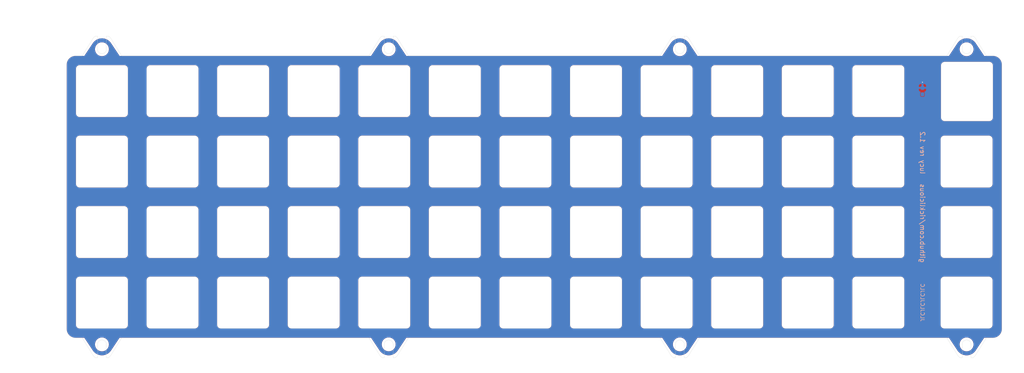
<source format=kicad_pcb>
(kicad_pcb (version 20211014) (generator pcbnew)
  (layers (0 "F.Cu" signal) (31 "B.Cu" signal) (34 "B.Paste" user) (35 "F.Paste" user) (36 "B.SilkS" user "B.Silkscreen") (37 "F.SilkS" user "F.Silkscreen") (38 "B.Mask" user) (39 "F.Mask" user) (44 "Edge.Cuts" user))
  (net 0 "")
  (net 1 "GND")
  (footprint "Keeb_footprints:MX100_cutout_plated" (layer "F.Cu") (at 155.97253 50.00646)
    (fp_text reference "U1")
    (fp_text value "HOLE")
    (fp_line (start -6 7) (end 6 7) (layer "Edge.Cuts") (width 0.05))
    (fp_line (start -7 6) (end -7 -6) (layer "Edge.Cuts") (width 0.05))
    (fp_line (start 7 -6) (end 7 6) (layer "Edge.Cuts") (width 0.05))
    (fp_line (start -6 -7) (end 6 -7) (layer "Edge.Cuts") (width 0.05))
    (fp_arc (start 6 -7) (mid 6.707107 -6.707107) (end 7 -6) (layer "Edge.Cuts") (width 0.05))
    (fp_arc (start -6 7) (mid -6.707107 6.707107) (end -7 6) (layer "Edge.Cuts") (width 0.05))
    (fp_arc (start -7 -6) (mid -6.707107 -6.707107) (end -6 -7) (layer "Edge.Cuts") (width 0.05))
    (fp_arc (start 7 6) (mid 6.707107 6.707107) (end 6 7) (layer "Edge.Cuts") (width 0.05))
  )
  (footprint "Keeb_footprints:MX100_cutout_plated" (layer "F.Cu") (at 175.02261 50.00646)
    (fp_text reference "U2")
    (fp_text value "HOLE")
    (fp_line (start -7 6) (end -7 -6) (layer "Edge.Cuts") (width 0.05))
    (fp_line (start -6 7) (end 6 7) (layer "Edge.Cuts") (width 0.05))
    (fp_line (start -6 -7) (end 6 -7) (layer "Edge.Cuts") (width 0.05))
    (fp_line (start 7 -6) (end 7 6) (layer "Edge.Cuts") (width 0.05))
    (fp_arc (start 6 -7) (mid 6.707107 -6.707107) (end 7 -6) (layer "Edge.Cuts") (width 0.05))
    (fp_arc (start -6 7) (mid -6.707107 6.707107) (end -7 6) (layer "Edge.Cuts") (width 0.05))
    (fp_arc (start -7 -6) (mid -6.707107 -6.707107) (end -6 -7) (layer "Edge.Cuts") (width 0.05))
    (fp_arc (start 7 6) (mid 6.707107 6.707107) (end 6 7) (layer "Edge.Cuts") (width 0.05))
  )
  (footprint "Keeb_footprints:MX100_cutout_plated" (layer "F.Cu") (at 194.07269 50.00646)
    (fp_text reference "U3")
    (fp_text value "HOLE")
    (fp_line (start -6 7) (end 6 7) (layer "Edge.Cuts") (width 0.05))
    (fp_line (start 7 -6) (end 7 6) (layer "Edge.Cuts") (width 0.05))
    (fp_line (start -6 -7) (end 6 -7) (layer "Edge.Cuts") (width 0.05))
    (fp_line (start -7 6) (end -7 -6) (layer "Edge.Cuts") (width 0.05))
    (fp_arc (start 7 6) (mid 6.707107 6.707107) (end 6 7) (layer "Edge.Cuts") (width 0.05))
    (fp_arc (start -6 7) (mid -6.707107 6.707107) (end -7 6) (layer "Edge.Cuts") (width 0.05))
    (fp_arc (start 6 -7) (mid 6.707107 -6.707107) (end 7 -6) (layer "Edge.Cuts") (width 0.05))
    (fp_arc (start -7 -6) (mid -6.707107 -6.707107) (end -6 -7) (layer "Edge.Cuts") (width 0.05))
  )
  (footprint "Keeb_footprints:MX100_cutout_plated" (layer "F.Cu") (at 213.12277 50.00646)
    (fp_text reference "U4")
    (fp_text value "HOLE")
    (fp_line (start -7 6) (end -7 -6) (layer "Edge.Cuts") (width 0.05))
    (fp_line (start -6 -7) (end 6 -7) (layer "Edge.Cuts") (width 0.05))
    (fp_line (start -6 7) (end 6 7) (layer "Edge.Cuts") (width 0.05))
    (fp_line (start 7 -6) (end 7 6) (layer "Edge.Cuts") (width 0.05))
    (fp_arc (start -6 7) (mid -6.707107 6.707107) (end -7 6) (layer "Edge.Cuts") (width 0.05))
    (fp_arc (start 6 -7) (mid 6.707107 -6.707107) (end 7 -6) (layer "Edge.Cuts") (width 0.05))
    (fp_arc (start 7 6) (mid 6.707107 6.707107) (end 6 7) (layer "Edge.Cuts") (width 0.05))
    (fp_arc (start -7 -6) (mid -6.707107 -6.707107) (end -6 -7) (layer "Edge.Cuts") (width 0.05))
  )
  (footprint "Keeb_footprints:MX100_cutout_plated" (layer "F.Cu") (at 232.17285 50.00646)
    (fp_text reference "U5")
    (fp_text value "HOLE")
    (fp_line (start -6 -7) (end 6 -7) (layer "Edge.Cuts") (width 0.05))
    (fp_line (start -7 6) (end -7 -6) (layer "Edge.Cuts") (width 0.05))
    (fp_line (start 7 -6) (end 7 6) (layer "Edge.Cuts") (width 0.05))
    (fp_line (start -6 7) (end 6 7) (layer "Edge.Cuts") (width 0.05))
    (fp_arc (start -7 -6) (mid -6.707107 -6.707107) (end -6 -7) (layer "Edge.Cuts") (width 0.05))
    (fp_arc (start -6 7) (mid -6.707107 6.707107) (end -7 6) (layer "Edge.Cuts") (width 0.05))
    (fp_arc (start 6 -7) (mid 6.707107 -6.707107) (end 7 -6) (layer "Edge.Cuts") (width 0.05))
    (fp_arc (start 7 6) (mid 6.707107 6.707107) (end 6 7) (layer "Edge.Cuts") (width 0.05))
  )
  (footprint "Keeb_footprints:MX100_cutout_plated" (layer "F.Cu") (at 327.42325 50.00646)
    (fp_text reference "U10")
    (fp_text value "HOLE")
    (fp_line (start 7 -6) (end 7 6) (layer "Edge.Cuts") (width 0.05))
    (fp_line (start -7 6) (end -7 -6) (layer "Edge.Cuts") (width 0.05))
    (fp_line (start -6 -7) (end 6 -7) (layer "Edge.Cuts") (width 0.05))
    (fp_line (start -6 7) (end 6 7) (layer "Edge.Cuts") (width 0.05))
    (fp_arc (start 6 -7) (mid 6.707107 -6.707107) (end 7 -6) (layer "Edge.Cuts") (width 0.05))
    (fp_arc (start -7 -6) (mid -6.707107 -6.707107) (end -6 -7) (layer "Edge.Cuts") (width 0.05))
    (fp_arc (start 7 6) (mid 6.707107 6.707107) (end 6 7) (layer "Edge.Cuts") (width 0.05))
    (fp_arc (start -6 7) (mid -6.707107 6.707107) (end -7 6) (layer "Edge.Cuts") (width 0.05))
  )
  (footprint "Keeb_footprints:MX100_cutout_plated" (layer "F.Cu") (at 346.47333 50.00646)
    (fp_text reference "U11")
    (fp_text value "HOLE")
    (fp_line (start -6 -7) (end 6 -7) (layer "Edge.Cuts") (width 0.05))
    (fp_line (start 7 -6) (end 7 6) (layer "Edge.Cuts") (width 0.05))
    (fp_line (start -7 6) (end -7 -6) (layer "Edge.Cuts") (width 0.05))
    (fp_line (start -6 7) (end 6 7) (layer "Edge.Cuts") (width 0.05))
    (fp_arc (start 7 6) (mid 6.707107 6.707107) (end 6 7) (layer "Edge.Cuts") (width 0.05))
    (fp_arc (start 6 -7) (mid 6.707107 -6.707107) (end 7 -6) (layer "Edge.Cuts") (width 0.05))
    (fp_arc (start -6 7) (mid -6.707107 6.707107) (end -7 6) (layer "Edge.Cuts") (width 0.05))
    (fp_arc (start -7 -6) (mid -6.707107 -6.707107) (end -6 -7) (layer "Edge.Cuts") (width 0.05))
  )
  (footprint "Keeb_footprints:MX100_cutout_plated" (layer "F.Cu") (at 155.97253 69.05654)
    (fp_text reference "U13")
    (fp_text value "HOLE")
    (fp_line (start -7 6) (end -7 -6) (layer "Edge.Cuts") (width 0.05))
    (fp_line (start -6 -7) (end 6 -7) (layer "Edge.Cuts") (width 0.05))
    (fp_line (start -6 7) (end 6 7) (layer "Edge.Cuts") (width 0.05))
    (fp_line (start 7 -6) (end 7 6) (layer "Edge.Cuts") (width 0.05))
    (fp_arc (start 6 -7) (mid 6.707107 -6.707107) (end 7 -6) (layer "Edge.Cuts") (width 0.05))
    (fp_arc (start 7 6) (mid 6.707107 6.707107) (end 6 7) (layer "Edge.Cuts") (width 0.05))
    (fp_arc (start -6 7) (mid -6.707107 6.707107) (end -7 6) (layer "Edge.Cuts") (width 0.05))
    (fp_arc (start -7 -6) (mid -6.707107 -6.707107) (end -6 -7) (layer "Edge.Cuts") (width 0.05))
  )
  (footprint "Keeb_footprints:MX100_cutout_plated" (layer "F.Cu") (at 194.07269 69.05654)
    (fp_text reference "U15")
    (fp_text value "HOLE")
    (fp_line (start -7 6) (end -7 -6) (layer "Edge.Cuts") (width 0.05))
    (fp_line (start 7 -6) (end 7 6) (layer "Edge.Cuts") (width 0.05))
    (fp_line (start -6 -7) (end 6 -7) (layer "Edge.Cuts") (width 0.05))
    (fp_line (start -6 7) (end 6 7) (layer "Edge.Cuts") (width 0.05))
    (fp_arc (start 7 6) (mid 6.707107 6.707107) (end 6 7) (layer "Edge.Cuts") (width 0.05))
    (fp_arc (start -6 7) (mid -6.707107 6.707107) (end -7 6) (layer "Edge.Cuts") (width 0.05))
    (fp_arc (start -7 -6) (mid -6.707107 -6.707107) (end -6 -7) (layer "Edge.Cuts") (width 0.05))
    (fp_arc (start 6 -7) (mid 6.707107 -6.707107) (end 7 -6) (layer "Edge.Cuts") (width 0.05))
  )
  (footprint "Keeb_footprints:MX100_cutout_plated" (layer "F.Cu") (at 232.17285 69.05654)
    (fp_text reference "U17")
    (fp_text value "HOLE")
    (fp_line (start -6 7) (end 6 7) (layer "Edge.Cuts") (width 0.05))
    (fp_line (start 7 -6) (end 7 6) (layer "Edge.Cuts") (width 0.05))
    (fp_line (start -6 -7) (end 6 -7) (layer "Edge.Cuts") (width 0.05))
    (fp_line (start -7 6) (end -7 -6) (layer "Edge.Cuts") (width 0.05))
    (fp_arc (start 6 -7) (mid 6.707107 -6.707107) (end 7 -6) (layer "Edge.Cuts") (width 0.05))
    (fp_arc (start -7 -6) (mid -6.707107 -6.707107) (end -6 -7) (layer "Edge.Cuts") (width 0.05))
    (fp_arc (start 7 6) (mid 6.707107 6.707107) (end 6 7) (layer "Edge.Cuts") (width 0.05))
    (fp_arc (start -6 7) (mid -6.707107 6.707107) (end -7 6) (layer "Edge.Cuts") (width 0.05))
  )
  (footprint "Keeb_footprints:MX100_cutout_plated" (layer "F.Cu") (at 251.22293 69.05654)
    (fp_text reference "U18")
    (fp_text value "HOLE")
    (fp_line (start -6 -7) (end 6 -7) (layer "Edge.Cuts") (width 0.05))
    (fp_line (start -6 7) (end 6 7) (layer "Edge.Cuts") (width 0.05))
    (fp_line (start -7 6) (end -7 -6) (layer "Edge.Cuts") (width 0.05))
    (fp_line (start 7 -6) (end 7 6) (layer "Edge.Cuts") (width 0.05))
    (fp_arc (start -7 -6) (mid -6.707107 -6.707107) (end -6 -7) (layer "Edge.Cuts") (width 0.05))
    (fp_arc (start 6 -7) (mid 6.707107 -6.707107) (end 7 -6) (layer "Edge.Cuts") (width 0.05))
    (fp_arc (start 7 6) (mid 6.707107 6.707107) (end 6 7) (layer "Edge.Cuts") (width 0.05))
    (fp_arc (start -6 7) (mid -6.707107 6.707107) (end -7 6) (layer "Edge.Cuts") (width 0.05))
  )
  (footprint "Keeb_footprints:MX100_cutout_plated" (layer "F.Cu") (at 270.27301 69.05654)
    (fp_text reference "U19")
    (fp_text value "HOLE")
    (fp_line (start -6 7) (end 6 7) (layer "Edge.Cuts") (width 0.05))
    (fp_line (start -6 -7) (end 6 -7) (layer "Edge.Cuts") (width 0.05))
    (fp_line (start 7 -6) (end 7 6) (layer "Edge.Cuts") (width 0.05))
    (fp_line (start -7 6) (end -7 -6) (layer "Edge.Cuts") (width 0.05))
    (fp_arc (start -6 7) (mid -6.707107 6.707107) (end -7 6) (layer "Edge.Cuts") (width 0.05))
    (fp_arc (start 7 6) (mid 6.707107 6.707107) (end 6 7) (layer "Edge.Cuts") (width 0.05))
    (fp_arc (start -7 -6) (mid -6.707107 -6.707107) (end -6 -7) (layer "Edge.Cuts") (width 0.05))
    (fp_arc (start 6 -7) (mid 6.707107 -6.707107) (end 7 -6) (layer "Edge.Cuts") (width 0.05))
  )
  (footprint "Keeb_footprints:MX100_cutout_plated" (layer "F.Cu") (at 289.32309 69.05654)
    (fp_text reference "U20")
    (fp_text value "HOLE")
    (fp_line (start -6 7) (end 6 7) (layer "Edge.Cuts") (width 0.05))
    (fp_line (start -6 -7) (end 6 -7) (layer "Edge.Cuts") (width 0.05))
    (fp_line (start 7 -6) (end 7 6) (layer "Edge.Cuts") (width 0.05))
    (fp_line (start -7 6) (end -7 -6) (layer "Edge.Cuts") (width 0.05))
    (fp_arc (start 7 6) (mid 6.707107 6.707107) (end 6 7) (layer "Edge.Cuts") (width 0.05))
    (fp_arc (start -6 7) (mid -6.707107 6.707107) (end -7 6) (layer "Edge.Cuts") (width 0.05))
    (fp_arc (start -7 -6) (mid -6.707107 -6.707107) (end -6 -7) (layer "Edge.Cuts") (width 0.05))
    (fp_arc (start 6 -7) (mid 6.707107 -6.707107) (end 7 -6) (layer "Edge.Cuts") (width 0.05))
  )
  (footprint "Keeb_footprints:MX100_cutout_plated" (layer "F.Cu") (at 308.37317 69.05654)
    (fp_text reference "U21")
    (fp_text value "HOLE")
    (fp_line (start -6 7) (end 6 7) (layer "Edge.Cuts") (width 0.05))
    (fp_line (start -6 -7) (end 6 -7) (layer "Edge.Cuts") (width 0.05))
    (fp_line (start 7 -6) (end 7 6) (layer "Edge.Cuts") (width 0.05))
    (fp_line (start -7 6) (end -7 -6) (layer "Edge.Cuts") (width 0.05))
    (fp_arc (start -6 7) (mid -6.707107 6.707107) (end -7 6) (layer "Edge.Cuts") (width 0.05))
    (fp_arc (start 6 -7) (mid 6.707107 -6.707107) (end 7 -6) (layer "Edge.Cuts") (width 0.05))
    (fp_arc (start 7 6) (mid 6.707107 6.707107) (end 6 7) (layer "Edge.Cuts") (width 0.05))
    (fp_arc (start -7 -6) (mid -6.707107 -6.707107) (end -6 -7) (layer "Edge.Cuts") (width 0.05))
  )
  (footprint "Keeb_footprints:MX100_cutout_plated" (layer "F.Cu") (at 327.42325 69.05654)
    (fp_text reference "U22")
    (fp_text value "HOLE")
    (fp_line (start 7 -6) (end 7 6) (layer "Edge.Cuts") (width 0.05))
    (fp_line (start -6 7) (end 6 7) (layer "Edge.Cuts") (width 0.05))
    (fp_line (start -7 6) (end -7 -6) (layer "Edge.Cuts") (width 0.05))
    (fp_line (start -6 -7) (end 6 -7) (layer "Edge.Cuts") (width 0.05))
    (fp_arc (start -6 7) (mid -6.707107 6.707107) (end -7 6) (layer "Edge.Cuts") (width 0.05))
    (fp_arc (start 7 6) (mid 6.707107 6.707107) (end 6 7) (layer "Edge.Cuts") (width 0.05))
    (fp_arc (start -7 -6) (mid -6.707107 -6.707107) (end -6 -7) (layer "Edge.Cuts") (width 0.05))
    (fp_arc (start 6 -7) (mid 6.707107 -6.707107) (end 7 -6) (layer "Edge.Cuts") (width 0.05))
  )
  (footprint "Keeb_footprints:MX100_cutout_plated" (layer "F.Cu") (at 346.47333 69.05654)
    (fp_text reference "U23")
    (fp_text value "HOLE")
    (fp_line (start -6 7) (end 6 7) (layer "Edge.Cuts") (width 0.05))
    (fp_line (start 7 -6) (end 7 6) (layer "Edge.Cuts") (width 0.05))
    (fp_line (start -6 -7) (end 6 -7) (layer "Edge.Cuts") (width 0.05))
    (fp_line (start -7 6) (end -7 -6) (layer "Edge.Cuts") (width 0.05))
    (fp_arc (start 6 -7) (mid 6.707107 -6.707107) (end 7 -6) (layer "Edge.Cuts") (width 0.05))
    (fp_arc (start -6 7) (mid -6.707107 6.707107) (end -7 6) (layer "Edge.Cuts") (width 0.05))
    (fp_arc (start 7 6) (mid 6.707107 6.707107) (end 6 7) (layer "Edge.Cuts") (width 0.05))
    (fp_arc (start -7 -6) (mid -6.707107 -6.707107) (end -6 -7) (layer "Edge.Cuts") (width 0.05))
  )
  (footprint "Keeb_footprints:MX100_cutout_plated" (layer "F.Cu") (at 365.52341 69.05654)
    (fp_text reference "U24")
    (fp_text value "HOLE")
    (fp_line (start -6 -7) (end 6 -7) (layer "Edge.Cuts") (width 0.05))
    (fp_line (start -7 6) (end -7 -6) (layer "Edge.Cuts") (width 0.05))
    (fp_line (start -6 7) (end 6 7) (layer "Edge.Cuts") (width 0.05))
    (fp_line (start 7 -6) (end 7 6) (layer "Edge.Cuts") (width 0.05))
    (fp_arc (start 6 -7) (mid 6.707107 -6.707107) (end 7 -6) (layer "Edge.Cuts") (width 0.05))
    (fp_arc (start 7 6) (mid 6.707107 6.707107) (end 6 7) (layer "Edge.Cuts") (width 0.05))
    (fp_arc (start -7 -6) (mid -6.707107 -6.707107) (end -6 -7) (layer "Edge.Cuts") (width 0.05))
    (fp_arc (start -6 7) (mid -6.707107 6.707107) (end -7 6) (layer "Edge.Cuts") (width 0.05))
  )
  (footprint "Keeb_footprints:MX100_cutout_plated" (layer "F.Cu") (at 155.97253 88.10662)
    (fp_text reference "U25")
    (fp_text value "HOLE")
    (fp_line (start -7 6) (end -7 -6) (layer "Edge.Cuts") (width 0.05))
    (fp_line (start -6 -7) (end 6 -7) (layer "Edge.Cuts") (width 0.05))
    (fp_line (start -6 7) (end 6 7) (layer "Edge.Cuts") (width 0.05))
    (fp_line (start 7 -6) (end 7 6) (layer "Edge.Cuts") (width 0.05))
    (fp_arc (start -7 -6) (mid -6.707107 -6.707107) (end -6 -7) (layer "Edge.Cuts") (width 0.05))
    (fp_arc (start -6 7) (mid -6.707107 6.707107) (end -7 6) (layer "Edge.Cuts") (width 0.05))
    (fp_arc (start 6 -7) (mid 6.707107 -6.707107) (end 7 -6) (layer "Edge.Cuts") (width 0.05))
    (fp_arc (start 7 6) (mid 6.707107 6.707107) (end 6 7) (layer "Edge.Cuts") (width 0.05))
  )
  (footprint "Keeb_footprints:MX100_cutout_plated" (layer "F.Cu") (at 175.02261 88.10662)
    (fp_text reference "U26")
    (fp_text value "HOLE")
    (fp_line (start -6 7) (end 6 7) (layer "Edge.Cuts") (width 0.05))
    (fp_line (start 7 -6) (end 7 6) (layer "Edge.Cuts") (width 0.05))
    (fp_line (start -6 -7) (end 6 -7) (layer "Edge.Cuts") (width 0.05))
    (fp_line (start -7 6) (end -7 -6) (layer "Edge.Cuts") (width 0.05))
    (fp_arc (start -7 -6) (mid -6.707107 -6.707107) (end -6 -7) (layer "Edge.Cuts") (width 0.05))
    (fp_arc (start 7 6) (mid 6.707107 6.707107) (end 6 7) (layer "Edge.Cuts") (width 0.05))
    (fp_arc (start -6 7) (mid -6.707107 6.707107) (end -7 6) (layer "Edge.Cuts") (width 0.05))
    (fp_arc (start 6 -7) (mid 6.707107 -6.707107) (end 7 -6) (layer "Edge.Cuts") (width 0.05))
  )
  (footprint "Keeb_footprints:MX100_cutout_plated" (layer "F.Cu") (at 194.07269 88.10662)
    (fp_text reference "U27")
    (fp_text value "HOLE")
    (fp_line (start -7 6) (end -7 -6) (layer "Edge.Cuts") (width 0.05))
    (fp_line (start -6 7) (end 6 7) (layer "Edge.Cuts") (width 0.05))
    (fp_line (start 7 -6) (end 7 6) (layer "Edge.Cuts") (width 0.05))
    (fp_line (start -6 -7) (end 6 -7) (layer "Edge.Cuts") (width 0.05))
    (fp_arc (start 7 6) (mid 6.707107 6.707107) (end 6 7) (layer "Edge.Cuts") (width 0.05))
    (fp_arc (start 6 -7) (mid 6.707107 -6.707107) (end 7 -6) (layer "Edge.Cuts") (width 0.05))
    (fp_arc (start -6 7) (mid -6.707107 6.707107) (end -7 6) (layer "Edge.Cuts") (width 0.05))
    (fp_arc (start -7 -6) (mid -6.707107 -6.707107) (end -6 -7) (layer "Edge.Cuts") (width 0.05))
  )
  (footprint "Keeb_footprints:MX100_cutout_plated" (layer "F.Cu") (at 213.12277 88.10662)
    (fp_text reference "U28")
    (fp_text value "HOLE")
    (fp_line (start -7 6) (end -7 -6) (layer "Edge.Cuts") (width 0.05))
    (fp_line (start -6 7) (end 6 7) (layer "Edge.Cuts") (width 0.05))
    (fp_line (start 7 -6) (end 7 6) (layer "Edge.Cuts") (width 0.05))
    (fp_line (start -6 -7) (end 6 -7) (layer "Edge.Cuts") (width 0.05))
    (fp_arc (start 7 6) (mid 6.707107 6.707107) (end 6 7) (layer "Edge.Cuts") (width 0.05))
    (fp_arc (start 6 -7) (mid 6.707107 -6.707107) (end 7 -6) (layer "Edge.Cuts") (width 0.05))
    (fp_arc (start -7 -6) (mid -6.707107 -6.707107) (end -6 -7) (layer "Edge.Cuts") (width 0.05))
    (fp_arc (start -6 7) (mid -6.707107 6.707107) (end -7 6) (layer "Edge.Cuts") (width 0.05))
  )
  (footprint "Keeb_footprints:MX100_cutout_plated" (layer "F.Cu") (at 232.17285 88.10662)
    (fp_text reference "U29")
    (fp_text value "HOLE")
    (fp_line (start -6 -7) (end 6 -7) (layer "Edge.Cuts") (width 0.05))
    (fp_line (start -6 7) (end 6 7) (layer "Edge.Cuts") (width 0.05))
    (fp_line (start -7 6) (end -7 -6) (layer "Edge.Cuts") (width 0.05))
    (fp_line (start 7 -6) (end 7 6) (layer "Edge.Cuts") (width 0.05))
    (fp_arc (start 6 -7) (mid 6.707107 -6.707107) (end 7 -6) (layer "Edge.Cuts") (width 0.05))
    (fp_arc (start 7 6) (mid 6.707107 6.707107) (end 6 7) (layer "Edge.Cuts") (width 0.05))
    (fp_arc (start -6 7) (mid -6.707107 6.707107) (end -7 6) (layer "Edge.Cuts") (width 0.05))
    (fp_arc (start -7 -6) (mid -6.707107 -6.707107) (end -6 -7) (layer "Edge.Cuts") (width 0.05))
  )
  (footprint "Keeb_footprints:MX100_cutout_plated" (layer "F.Cu") (at 251.22293 88.10662)
    (fp_text reference "U30")
    (fp_text value "HOLE")
    (fp_line (start 7 -6) (end 7 6) (layer "Edge.Cuts") (width 0.05))
    (fp_line (start -7 6) (end -7 -6) (layer "Edge.Cuts") (width 0.05))
    (fp_line (start -6 -7) (end 6 -7) (layer "Edge.Cuts") (width 0.05))
    (fp_line (start -6 7) (end 6 7) (layer "Edge.Cuts") (width 0.05))
    (fp_arc (start 7 6) (mid 6.707107 6.707107) (end 6 7) (layer "Edge.Cuts") (width 0.05))
    (fp_arc (start 6 -7) (mid 6.707107 -6.707107) (end 7 -6) (layer "Edge.Cuts") (width 0.05))
    (fp_arc (start -6 7) (mid -6.707107 6.707107) (end -7 6) (layer "Edge.Cuts") (width 0.05))
    (fp_arc (start -7 -6) (mid -6.707107 -6.707107) (end -6 -7) (layer "Edge.Cuts") (width 0.05))
  )
  (footprint "Keeb_footprints:MX100_cutout_plated" (layer "F.Cu") (at 270.27301 88.10662)
    (fp_text reference "U31")
    (fp_text value "HOLE")
    (fp_line (start -6 -7) (end 6 -7) (layer "Edge.Cuts") (width 0.05))
    (fp_line (start 7 -6) (end 7 6) (layer "Edge.Cuts") (width 0.05))
    (fp_line (start -7 6) (end -7 -6) (layer "Edge.Cuts") (width 0.05))
    (fp_line (start -6 7) (end 6 7) (layer "Edge.Cuts") (width 0.05))
    (fp_arc (start -7 -6) (mid -6.707107 -6.707107) (end -6 -7) (layer "Edge.Cuts") (width 0.05))
    (fp_arc (start -6 7) (mid -6.707107 6.707107) (end -7 6) (layer "Edge.Cuts") (width 0.05))
    (fp_arc (start 6 -7) (mid 6.707107 -6.707107) (end 7 -6) (layer "Edge.Cuts") (width 0.05))
    (fp_arc (start 7 6) (mid 6.707107 6.707107) (end 6 7) (layer "Edge.Cuts") (width 0.05))
  )
  (footprint "Keeb_footprints:MX100_cutout_plated" (layer "F.Cu") (at 289.32309 88.10662)
    (fp_text reference "U32")
    (fp_text value "HOLE")
    (fp_line (start 7 -6) (end 7 6) (layer "Edge.Cuts") (width 0.05))
    (fp_line (start -6 -7) (end 6 -7) (layer "Edge.Cuts") (width 0.05))
    (fp_line (start -7 6) (end -7 -6) (layer "Edge.Cuts") (width 0.05))
    (fp_line (start -6 7) (end 6 7) (layer "Edge.Cuts") (width 0.05))
    (fp_arc (start 7 6) (mid 6.707107 6.707107) (end 6 7) (layer "Edge.Cuts") (width 0.05))
    (fp_arc (start -7 -6) (mid -6.707107 -6.707107) (end -6 -7) (layer "Edge.Cuts") (width 0.05))
    (fp_arc (start -6 7) (mid -6.707107 6.707107) (end -7 6) (layer "Edge.Cuts") (width 0.05))
    (fp_arc (start 6 -7) (mid 6.707107 -6.707107) (end 7 -6) (layer "Edge.Cuts") (width 0.05))
  )
  (footprint "Keeb_footprints:MX100_cutout_plated" (layer "F.Cu") (at 308.37317 88.10662)
    (fp_text reference "U33")
    (fp_text value "HOLE")
    (fp_line (start -7 6) (end -7 -6) (layer "Edge.Cuts") (width 0.05))
    (fp_line (start -6 -7) (end 6 -7) (layer "Edge.Cuts") (width 0.05))
    (fp_line (start -6 7) (end 6 7) (layer "Edge.Cuts") (width 0.05))
    (fp_line (start 7 -6) (end 7 6) (layer "Edge.Cuts") (width 0.05))
    (fp_arc (start 7 6) (mid 6.707107 6.707107) (end 6 7) (layer "Edge.Cuts") (width 0.05))
    (fp_arc (start -6 7) (mid -6.707107 6.707107) (end -7 6) (layer "Edge.Cuts") (width 0.05))
    (fp_arc (start -7 -6) (mid -6.707107 -6.707107) (end -6 -7) (layer "Edge.Cuts") (width 0.05))
    (fp_arc (start 6 -7) (mid 6.707107 -6.707107) (end 7 -6) (layer "Edge.Cuts") (width 0.05))
  )
  (footprint "Keeb_footprints:MX100_cutout_plated" (layer "F.Cu") (at 327.42325 88.10662)
    (fp_text reference "U34")
    (fp_text value "HOLE")
    (fp_line (start -6 7) (end 6 7) (layer "Edge.Cuts") (width 0.05))
    (fp_line (start -7 6) (end -7 -6) (layer "Edge.Cuts") (width 0.05))
    (fp_line (start -6 -7) (end 6 -7) (layer "Edge.Cuts") (width 0.05))
    (fp_line (start 7 -6) (end 7 6) (layer "Edge.Cuts") (width 0.05))
    (fp_arc (start -6 7) (mid -6.707107 6.707107) (end -7 6) (layer "Edge.Cuts") (width 0.05))
    (fp_arc (start 7 6) (mid 6.707107 6.707107) (end 6 7) (layer "Edge.Cuts") (width 0.05))
    (fp_arc (start 6 -7) (mid 6.707107 -6.707107) (end 7 -6) (layer "Edge.Cuts") (width 0.05))
    (fp_arc (start -7 -6) (mid -6.707107 -6.707107) (end -6 -7) (layer "Edge.Cuts") (width 0.05))
  )
  (footprint "Keeb_footprints:MX100_cutout_plated" (layer "F.Cu") (at 346.47333 88.10662)
    (fp_text reference "U35")
    (fp_text value "HOLE")
    (fp_line (start -7 6) (end -7 -6) (layer "Edge.Cuts") (width 0.05))
    (fp_line (start -6 7) (end 6 7) (layer "Edge.Cuts") (width 0.05))
    (fp_line (start -6 -7) (end 6 -7) (layer "Edge.Cuts") (width 0.05))
    (fp_line (start 7 -6) (end 7 6) (layer "Edge.Cuts") (width 0.05))
    (fp_arc (start 7 6) (mid 6.707107 6.707107) (end 6 7) (layer "Edge.Cuts") (width 0.05))
    (fp_arc (start 6 -7) (mid 6.707107 -6.707107) (end 7 -6) (layer "Edge.Cuts") (width 0.05))
    (fp_arc (start -6 7) (mid -6.707107 6.707107) (end -7 6) (layer "Edge.Cuts") (width 0.05))
    (fp_arc (start -7 -6) (mid -6.707107 -6.707107) (end -6 -7) (layer "Edge.Cuts") (width 0.05))
  )
  (footprint "Keeb_footprints:MX100_cutout_plated" (layer "F.Cu") (at 365.52341 88.10662)
    (fp_text reference "U36")
    (fp_text value "HOLE")
    (fp_line (start -7 6) (end -7 -6) (layer "Edge.Cuts") (width 0.05))
    (fp_line (start -6 7) (end 6 7) (layer "Edge.Cuts") (width 0.05))
    (fp_line (start 7 -6) (end 7 6) (layer "Edge.Cuts") (width 0.05))
    (fp_line (start -6 -7) (end 6 -7) (layer "Edge.Cuts") (width 0.05))
    (fp_arc (start -6 7) (mid -6.707107 6.707107) (end -7 6) (layer "Edge.Cuts") (width 0.05))
    (fp_arc (start 7 6) (mid 6.707107 6.707107) (end 6 7) (layer "Edge.Cuts") (width 0.05))
    (fp_arc (start -7 -6) (mid -6.707107 -6.707107) (end -6 -7) (layer "Edge.Cuts") (width 0.05))
    (fp_arc (start 6 -7) (mid 6.707107 -6.707107) (end 7 -6) (layer "Edge.Cuts") (width 0.05))
  )
  (footprint "Keeb_footprints:MX100_cutout_plated" (layer "F.Cu") (at 175.02261 107.1567)
    (fp_text reference "U38")
    (fp_text value "HOLE")
    (fp_line (start 7 -6) (end 7 6) (layer "Edge.Cuts") (width 0.05))
    (fp_line (start -6 -7) (end 6 -7) (layer "Edge.Cuts") (width 0.05))
    (fp_line (start -6 7) (end 6 7) (layer "Edge.Cuts") (width 0.05))
    (fp_line (start -7 6) (end -7 -6) (layer "Edge.Cuts") (width 0.05))
    (fp_arc (start -7 -6) (mid -6.707107 -6.707107) (end -6 -7) (layer "Edge.Cuts") (width 0.05))
    (fp_arc (start 7 6) (mid 6.707107 6.707107) (end 6 7) (layer "Edge.Cuts") (width 0.05))
    (fp_arc (start -6 7) (mid -6.707107 6.707107) (end -7 6) (layer "Edge.Cuts") (width 0.05))
    (fp_arc (start 6 -7) (mid 6.707107 -6.707107) (end 7 -6) (layer "Edge.Cuts") (width 0.05))
  )
  (footprint "Keeb_footprints:MX100_cutout_plated" (layer "F.Cu") (at 194.07269 107.1567)
    (fp_text reference "U39")
    (fp_text value "HOLE")
    (fp_line (start -7 6) (end -7 -6) (layer "Edge.Cuts") (width 0.05))
    (fp_line (start -6 7) (end 6 7) (layer "Edge.Cuts") (width 0.05))
    (fp_line (start 7 -6) (end 7 6) (layer "Edge.Cuts") (width 0.05))
    (fp_line (start -6 -7) (end 6 -7) (layer "Edge.Cuts") (width 0.05))
    (fp_arc (start -6 7) (mid -6.707107 6.707107) (end -7 6) (layer "Edge.Cuts") (width 0.05))
    (fp_arc (start 7 6) (mid 6.707107 6.707107) (end 6 7) (layer "Edge.Cuts") (width 0.05))
    (fp_arc (start -7 -6) (mid -6.707107 -6.707107) (end -6 -7) (layer "Edge.Cuts") (width 0.05))
    (fp_arc (start 6 -7) (mid 6.707107 -6.707107) (end 7 -6) (layer "Edge.Cuts") (width 0.05))
  )
  (footprint "Keeb_footprints:MX100_cutout_plated" (layer "F.Cu") (at 213.12277 107.1567)
    (fp_text reference "U40")
    (fp_text value "HOLE")
    (fp_line (start -6 -7) (end 6 -7) (layer "Edge.Cuts") (width 0.05))
    (fp_line (start -6 7) (end 6 7) (layer "Edge.Cuts") (width 0.05))
    (fp_line (start -7 6) (end -7 -6) (layer "Edge.Cuts") (width 0.05))
    (fp_line (start 7 -6) (end 7 6) (layer "Edge.Cuts") (width 0.05))
    (fp_arc (start -7 -6) (mid -6.707107 -6.707107) (end -6 -7) (layer "Edge.Cuts") (width 0.05))
    (fp_arc (start 6 -7) (mid 6.707107 -6.707107) (end 7 -6) (layer "Edge.Cuts") (width 0.05))
    (fp_arc (start 7 6) (mid 6.707107 6.707107) (end 6 7) (layer "Edge.Cuts") (width 0.05))
    (fp_arc (start -6 7) (mid -6.707107 6.707107) (end -7 6) (layer "Edge.Cuts") (width 0.05))
  )
  (footprint "Keeb_footprints:MX100_cutout_plated" (layer "F.Cu") (at 232.17285 107.1567)
    (fp_text reference "U41")
    (fp_text value "HOLE")
    (fp_line (start 7 -6) (end 7 6) (layer "Edge.Cuts") (width 0.05))
    (fp_line (start -7 6) (end -7 -6) (layer "Edge.Cuts") (width 0.05))
    (fp_line (start -6 -7) (end 6 -7) (layer "Edge.Cuts") (width 0.05))
    (fp_line (start -6 7) (end 6 7) (layer "Edge.Cuts") (width 0.05))
    (fp_arc (start -7 -6) (mid -6.707107 -6.707107) (end -6 -7) (layer "Edge.Cuts") (width 0.05))
    (fp_arc (start 6 -7) (mid 6.707107 -6.707107) (end 7 -6) (layer "Edge.Cuts") (width 0.05))
    (fp_arc (start 7 6) (mid 6.707107 6.707107) (end 6 7) (layer "Edge.Cuts") (width 0.05))
    (fp_arc (start -6 7) (mid -6.707107 6.707107) (end -7 6) (layer "Edge.Cuts") (width 0.05))
  )
  (footprint "Keeb_footprints:MX100_cutout_plated" (layer "F.Cu") (at 251.22293 107.1567)
    (fp_text reference "U42")
    (fp_text value "HOLE")
    (fp_line (start -6 7) (end 6 7) (layer "Edge.Cuts") (width 0.05))
    (fp_line (start 7 -6) (end 7 6) (layer "Edge.Cuts") (width 0.05))
    (fp_line (start -7 6) (end -7 -6) (layer "Edge.Cuts") (width 0.05))
    (fp_line (start -6 -7) (end 6 -7) (layer "Edge.Cuts") (width 0.05))
    (fp_arc (start 7 6) (mid 6.707107 6.707107) (end 6 7) (layer "Edge.Cuts") (width 0.05))
    (fp_arc (start -7 -6) (mid -6.707107 -6.707107) (end -6 -7) (layer "Edge.Cuts") (width 0.05))
    (fp_arc (start -6 7) (mid -6.707107 6.707107) (end -7 6) (layer "Edge.Cuts") (width 0.05))
    (fp_arc (start 6 -7) (mid 6.707107 -6.707107) (end 7 -6) (layer "Edge.Cuts") (width 0.05))
  )
  (footprint "Keeb_footprints:MX100_cutout_plated" (layer "F.Cu") (at 270.27301 107.1567)
    (fp_text reference "U43")
    (fp_text value "HOLE")
    (fp_line (start -7 6) (end -7 -6) (layer "Edge.Cuts") (width 0.05))
    (fp_line (start -6 -7) (end 6 -7) (layer "Edge.Cuts") (width 0.05))
    (fp_line (start 7 -6) (end 7 6) (layer "Edge.Cuts") (width 0.05))
    (fp_line (start -6 7) (end 6 7) (layer "Edge.Cuts") (width 0.05))
    (fp_arc (start 7 6) (mid 6.707107 6.707107) (end 6 7) (layer "Edge.Cuts") (width 0.05))
    (fp_arc (start -6 7) (mid -6.707107 6.707107) (end -7 6) (layer "Edge.Cuts") (width 0.05))
    (fp_arc (start 6 -7) (mid 6.707107 -6.707107) (end 7 -6) (layer "Edge.Cuts") (width 0.05))
    (fp_arc (start -7 -6) (mid -6.707107 -6.707107) (end -6 -7) (layer "Edge.Cuts") (width 0.05))
  )
  (footprint "Keeb_footprints:MX100_cutout_plated" (layer "F.Cu") (at 289.32309 107.1567)
    (fp_text reference "U44")
    (fp_text value "HOLE")
    (fp_line (start -6 -7) (end 6 -7) (layer "Edge.Cuts") (width 0.05))
    (fp_line (start 7 -6) (end 7 6) (layer "Edge.Cuts") (width 0.05))
    (fp_line (start -6 7) (end 6 7) (layer "Edge.Cuts") (width 0.05))
    (fp_line (start -7 6) (end -7 -6) (layer "Edge.Cuts") (width 0.05))
    (fp_arc (start -6 7) (mid -6.707107 6.707107) (end -7 6) (layer "Edge.Cuts") (width 0.05))
    (fp_arc (start 7 6) (mid 6.707107 6.707107) (end 6 7) (layer "Edge.Cuts") (width 0.05))
    (fp_arc (start -7 -6) (mid -6.707107 -6.707107) (end -6 -7) (layer "Edge.Cuts") (width 0.05))
    (fp_arc (start 6 -7) (mid 6.707107 -6.707107) (end 7 -6) (layer "Edge.Cuts") (width 0.05))
  )
  (footprint "Keeb_footprints:MX100_cutout_plated" (layer "F.Cu") (at 308.37317 107.1567)
    (fp_text reference "U45")
    (fp_text value "HOLE")
    (fp_line (start -6 -7) (end 6 -7) (layer "Edge.Cuts") (width 0.05))
    (fp_line (start -6 7) (end 6 7) (layer "Edge.Cuts") (width 0.05))
    (fp_line (start 7 -6) (end 7 6) (layer "Edge.Cuts") (width 0.05))
    (fp_line (start -7 6) (end -7 -6) (layer "Edge.Cuts") (width 0.05))
    (fp_arc (start 7 6) (mid 6.707107 6.707107) (end 6 7) (layer "Edge.Cuts") (width 0.05))
    (fp_arc (start 6 -7) (mid 6.707107 -6.707107) (end 7 -6) (layer "Edge.Cuts") (width 0.05))
    (fp_arc (start -6 7) (mid -6.707107 6.707107) (end -7 6) (layer "Edge.Cuts") (width 0.05))
    (fp_arc (start -7 -6) (mid -6.707107 -6.707107) (end -6 -7) (layer "Edge.Cuts") (width 0.05))
  )
  (footprint "Keeb_footprints:MX100_cutout_plated" (layer "F.Cu") (at 327.42325 107.1567)
    (fp_text reference "U46")
    (fp_text value "HOLE")
    (fp_line (start -6 7) (end 6 7) (layer "Edge.Cuts") (width 0.05))
    (fp_line (start -7 6) (end -7 -6) (layer "Edge.Cuts") (width 0.05))
    (fp_line (start -6 -7) (end 6 -7) (layer "Edge.Cuts") (width 0.05))
    (fp_line (start 7 -6) (end 7 6) (layer "Edge.Cuts") (width 0.05))
    (fp_arc (start -6 7) (mid -6.707107 6.707107) (end -7 6) (layer "Edge.Cuts") (width 0.05))
    (fp_arc (start -7 -6) (mid -6.707107 -6.707107) (end -6 -7) (layer "Edge.Cuts") (width 0.05))
    (fp_arc (start 6 -7) (mid 6.707107 -6.707107) (end 7 -6) (layer "Edge.Cuts") (width 0.05))
    (fp_arc (start 7 6) (mid 6.707107 6.707107) (end 6 7) (layer "Edge.Cuts") (width 0.05))
  )
  (footprint "Keeb_footprints:MX100_cutout_plated" (layer "F.Cu") (at 346.47333 107.16)
    (fp_text reference "U47")
    (fp_text value "HOLE")
    (fp_line (start -6 -7) (end 6 -7) (layer "Edge.Cuts") (width 0.05))
    (fp_line (start -7 6) (end -7 -6) (layer "Edge.Cuts") (width 0.05))
    (fp_line (start -6 7) (end 6 7) (layer "Edge.Cuts") (width 0.05))
    (fp_line (start 7 -6) (end 7 6) (layer "Edge.Cuts") (width 0.05))
    (fp_arc (start -7 -6) (mid -6.707107 -6.707107) (end -6 -7) (layer "Edge.Cuts") (width 0.05))
    (fp_arc (start 7 6) (mid 6.707107 6.707107) (end 6 7) (layer "Edge.Cuts") (width 0.05))
    (fp_arc (start 6 -7) (mid 6.707107 -6.707107) (end 7 -6) (layer "Edge.Cuts") (width 0.05))
    (fp_arc (start -6 7) (mid -6.707107 6.707107) (end -7 6) (layer "Edge.Cuts") (width 0.05))
  )
  (footprint "Keeb_footprints:MX100_cutout_plated" (layer "F.Cu") (at 365.52341 107.1567)
    (fp_text reference "U48")
    (fp_text value "HOLE")
    (fp_line (start -6 7) (end 6 7) (layer "Edge.Cuts") (width 0.05))
    (fp_line (start -6 -7) (end 6 -7) (layer "Edge.Cuts") (width 0.05))
    (fp_line (start -7 6) (end -7 -6) (layer "Edge.Cuts") (width 0.05))
    (fp_line (start 7 -6) (end 7 6) (layer "Edge.Cuts") (width 0.05))
    (fp_arc (start -7 -6) (mid -6.707107 -6.707107) (end -6 -7) (layer "Edge.Cuts") (width 0.05))
    (fp_arc (start 7 6) (mid 6.707107 6.707107) (end 6 7) (layer "Edge.Cuts") (width 0.05))
    (fp_arc (start -6 7) (mid -6.707107 6.707107) (end -7 6) (layer "Edge.Cuts") (width 0.05))
    (fp_arc (start 6 -7) (mid 6.707107 -6.707107) (end 7 -6) (layer "Edge.Cuts") (width 0.05))
  )
  (footprint "Keeb_footprints:MX100_cutout_plated" (layer "F.Cu") (at 155.97253 107.1567)
    (fp_text reference "U37")
    (fp_text value "HOLE")
    (fp_line (start 7 -6) (end 7 6) (layer "Edge.Cuts") (width 0.05))
    (fp_line (start -6 -7) (end 6 -7) (layer "Edge.Cuts") (width 0.05))
    (fp_line (start -6 7) (end 6 7) (layer "Edge.Cuts") (width 0.05))
    (fp_line (start -7 6) (end -7 -6) (layer "Edge.Cuts") (width 0.05))
    (fp_arc (start -7 -6) (mid -6.707107 -6.707107) (end -6 -7) (layer "Edge.Cuts") (width 0.05))
    (fp_arc (start 7 6) (mid 6.707107 6.707107) (end 6 7) (layer "Edge.Cuts") (width 0.05))
    (fp_arc (start -6 7) (mid -6.707107 6.707107) (end -7 6) (layer "Edge.Cuts") (width 0.05))
    (fp_arc (start 6 -7) (mid 6.707107 -6.707107) (end 7 -6) (layer "Edge.Cuts") (width 0.05))
  )
  (footprint "Keeb_footprints:MX100_cutout_plated" (layer "F.Cu") (at 175.02261 69.05654)
    (fp_text reference "U14")
    (fp_text value "HOLE")
    (fp_line (start -6 7) (end 6 7) (layer "Edge.Cuts") (width 0.05))
    (fp_line (start -6 -7) (end 6 -7) (layer "Edge.Cuts") (width 0.05))
    (fp_line (start -7 6) (end -7 -6) (layer "Edge.Cuts") (width 0.05))
    (fp_line (start 7 -6) (end 7 6) (layer "Edge.Cuts") (width 0.05))
    (fp_arc (start 6 -7) (mid 6.707107 -6.707107) (end 7 -6) (layer "Edge.Cuts") (width 0.05))
    (fp_arc (start -6 7) (mid -6.707107 6.707107) (end -7 6) (layer "Edge.Cuts") (width 0.05))
    (fp_arc (start 7 6) (mid 6.707107 6.707107) (end 6 7) (layer "Edge.Cuts") (width 0.05))
    (fp_arc (start -7 -6) (mid -6.707107 -6.707107) (end -6 -7) (layer "Edge.Cuts") (width 0.05))
  )
  (footprint "Keeb_footprints:MX100_cutout_plated" (layer "F.Cu") (at 389.33589 88.106428)
    (fp_text reference "U51")
    (fp_text value "HOLE")
    (fp_line (start -7 6) (end -7 -6) (layer "Edge.Cuts") (width 0.05))
    (fp_line (start 7 -6) (end 7 6) (layer "Edge.Cuts") (width 0.05))
    (fp_line (start -6 -7) (end 6 -7) (layer "Edge.Cuts") (width 0.05))
    (fp_line (start -6 7) (end 6 7) (layer "Edge.Cuts") (width 0.05))
    (fp_arc (start 7 6) (mid 6.707107 6.707107) (end 6 7) (layer "Edge.Cuts") (width 0.05))
    (fp_arc (start 6 -7) (mid 6.707107 -6.707107) (end 7 -6) (layer "Edge.Cuts") (width 0.05))
    (fp_arc (start -7 -6) (mid -6.707107 -6.707107) (end -6 -7) (layer "Edge.Cuts") (width 0.05))
    (fp_arc (start -6 7) (mid -6.707107 6.707107) (end -7 6) (layer "Edge.Cuts") (width 0.05))
  )
  (footprint "Keeb_footprints:MX100_cutout_plated" (layer "F.Cu") (at 389.33589 69.056444)
    (fp_text reference "U50")
    (fp_text value "HOLE")
    (fp_line (start -6 -7) (end 6 -7) (layer "Edge.Cuts") (width 0.05))
    (fp_line (start 7 -6) (end 7 6) (layer "Edge.Cuts") (width 0.05))
    (fp_line (start -6 7) (end 6 7) (layer "Edge.Cuts") (width 0.05))
    (fp_line (start -7 6) (end -7 -6) (layer "Edge.Cuts") (width 0.05))
    (fp_arc (start -7 -6) (mid -6.707107 -6.707107) (end -6 -7) (layer "Edge.Cuts") (width 0.05))
    (fp_arc (start 6 -7) (mid 6.707107 -6.707107) (end 7 -6) (layer "Edge.Cuts") (width 0.05))
    (fp_arc (start 7 6) (mid 6.707107 6.707107) (end 6 7) (layer "Edge.Cuts") (width 0.05))
    (fp_arc (start -6 7) (mid -6.707107 6.707107) (end -7 6) (layer "Edge.Cuts") (width 0.05))
  )
  (footprint "Keeb_footprints:EC11_cutout_plated" (layer "F.Cu") (at 389.33601 50.00646 180)
    (fp_text reference "U49")
    (fp_text value "HOLE")
    (fp_line (start 6.9 6.9) (end 6.9 -7.1) (layer "Edge.Cuts") (width 0.05))
    (fp_line (start -6.1 -8.1) (end 5.9 -8.1) (layer "Edge.Cuts") (width 0.05))
    (fp_line (start -7.1 6.9) (end -7.1 -7.1) (layer "Edge.Cuts") (width 0.05))
    (fp_line (start 5.9 7.9) (end -6.1 7.9) (layer "Edge.Cuts") (width 0.05))
    (fp_arc (start -7.1 -7.1) (mid -6.807107 -7.807107) (end -6.1 -8.1) (layer "Edge.Cuts") (width 0.05))
    (fp_arc (start -6.1 7.9) (mid -6.807107 7.607107) (end -7.1 6.9) (layer "Edge.Cuts") (width 0.05))
    (fp_arc (start 5.9 -8.1) (mid 6.607107 -7.807107) (end 6.9 -7.1) (layer "Edge.Cuts") (width 0.05))
    (fp_arc (start 6.9 6.9) (mid 6.607107 7.607107) (end 5.9 7.9) (layer "Edge.Cuts") (width 0.05))
  )
  (footprint "Keeb_footprints:MX100_cutout_plated" (layer "F.Cu") (at 365.52341 50.00646)
    (fp_text reference "U12")
    (fp_text value "HOLE")
    (fp_line (start -6 7) (end 6 7) (layer "Edge.Cuts") (width 0.05))
    (fp_line (start 7 -6) (end 7 6) (layer "Edge.Cuts") (width 0.05))
    (fp_line (start -7 6) (end -7 -6) (layer "Edge.Cuts") (width 0.05))
    (fp_line (start -6 -7) (end 6 -7) (layer "Edge.Cuts") (width 0.05))
    (fp_arc (start 6 -7) (mid 6.707107 -6.707107) (end 7 -6) (layer "Edge.Cuts") (width 0.05))
    (fp_arc (start -6 7) (mid -6.707107 6.707107) (end -7 6) (layer "Edge.Cuts") (width 0.05))
    (fp_arc (start -7 -6) (mid -6.707107 -6.707107) (end -6 -7) (layer "Edge.Cuts") (width 0.05))
    (fp_arc (start 7 6) (mid 6.707107 6.707107) (end 6 7) (layer "Edge.Cuts") (width 0.05))
  )
  (footprint "Keeb_footprints:MX100_cutout_plated" (layer "F.Cu") (at 389.33601 107.1567)
    (fp_text reference "U52")
    (fp_text value "HOLE")
    (fp_line (start 7 -6) (end 7 6) (layer "Edge.Cuts") (width 0.05))
    (fp_line (start -6 7) (end 6 7) (layer "Edge.Cuts") (width 0.05))
    (fp_line (start -7 6) (end -7 -6) (layer "Edge.Cuts") (width 0.05))
    (fp_line (start -6 -7) (end 6 -7) (layer "Edge.Cuts") (width 0.05))
    (fp_arc (start -7 -6) (mid -6.707107 -6.707107) (end -6 -7) (layer "Edge.Cuts") (width 0.05))
    (fp_arc (start -6 7) (mid -6.707107 6.707107) (end -7 6) (layer "Edge.Cuts") (width 0.05))
    (fp_arc (start 7 6) (mid 6.707107 6.707107) (end 6 7) (layer "Edge.Cuts") (width 0.05))
    (fp_arc (start 6 -7) (mid 6.707107 -6.707107) (end 7 -6) (layer "Edge.Cuts") (width 0.05))
  )
  (footprint "Keeb_footprints:MX100_cutout_plated" (layer "F.Cu") (at 213.12277 69.05654)
    (fp_text reference "U16")
    (fp_text value "HOLE")
    (fp_line (start -6 7) (end 6 7) (layer "Edge.Cuts") (width 0.05))
    (fp_line (start -7 6) (end -7 -6) (layer "Edge.Cuts") (width 0.05))
    (fp_line (start 7 -6) (end 7 6) (layer "Edge.Cuts") (width 0.05))
    (fp_line (start -6 -7) (end 6 -7) (layer "Edge.Cuts") (width 0.05))
    (fp_arc (start 7 6) (mid 6.707107 6.707107) (end 6 7) (layer "Edge.Cuts") (width 0.05))
    (fp_arc (start -6 7) (mid -6.707107 6.707107) (end -7 6) (layer "Edge.Cuts") (width 0.05))
    (fp_arc (start -7 -6) (mid -6.707107 -6.707107) (end -6 -7) (layer "Edge.Cuts") (width 0.05))
    (fp_arc (start 6 -7) (mid 6.707107 -6.707107) (end 7 -6) (layer "Edge.Cuts") (width 0.05))
  )
  (footprint "Keeb_footprints:MX100_cutout_plated" (layer "F.Cu") (at 251.223314 50.00646)
    (fp_text reference "U6")
    (fp_text value "HOLE")
    (fp_line (start -6 7) (end 6 7) (layer "Edge.Cuts") (width 0.05))
    (fp_line (start -6 -7) (end 6 -7) (layer "Edge.Cuts") (width 0.05))
    (fp_line (start -7 6) (end -7 -6) (layer "Edge.Cuts") (width 0.05))
    (fp_line (start 7 -6) (end 7 6) (layer "Edge.Cuts") (width 0.05))
    (fp_arc (start 7 6) (mid 6.707107 6.707107) (end 6 7) (layer "Edge.Cuts") (width 0.05))
    (fp_arc (start -6 7) (mid -6.707107 6.707107) (end -7 6) (layer "Edge.Cuts") (width 0.05))
    (fp_arc (start -7 -6) (mid -6.707107 -6.707107) (end -6 -7) (layer "Edge.Cuts") (width 0.05))
    (fp_arc (start 6 -7) (mid 6.707107 -6.707107) (end 7 -6) (layer "Edge.Cuts") (width 0.05))
  )
  (footprint "Keeb_footprints:MX100_cutout_plated" (layer "F.Cu") (at 270.27333 50.00646)
    (fp_text reference "U7")
    (fp_text value "HOLE")
    (fp_line (start 7 -6) (end 7 6) (layer "Edge.Cuts") (width 0.05))
    (fp_line (start -6 -7) (end 6 -7) (layer "Edge.Cuts") (width 0.05))
    (fp_line (start -6 7) (end 6 7) (layer "Edge.Cuts") (width 0.05))
    (fp_line (start -7 6) (end -7 -6) (layer "Edge.Cuts") (width 0.05))
    (fp_arc (start -7 -6) (mid -6.707107 -6.707107) (end -6 -7) (layer "Edge.Cuts") (width 0.05))
    (fp_arc (start 6 -7) (mid 6.707107 -6.707107) (end 7 -6) (layer "Edge.Cuts") (width 0.05))
    (fp_arc (start -6 7) (mid -6.707107 6.707107) (end -7 6) (layer "Edge.Cuts") (width 0.05))
    (fp_arc (start 7 6) (mid 6.707107 6.707107) (end 6 7) (layer "Edge.Cuts") (width 0.05))
  )
  (footprint "Keeb_footprints:MX100_cutout_plated" (layer "F.Cu") (at 289.323346 50.00646)
    (fp_text reference "U8")
    (fp_text value "HOLE")
    (fp_line (start -6 7) (end 6 7) (layer "Edge.Cuts") (width 0.05))
    (fp_line (start 7 -6) (end 7 6) (layer "Edge.Cuts") (width 0.05))
    (fp_line (start -7 6) (end -7 -6) (layer "Edge.Cuts") (width 0.05))
    (fp_line (start -6 -7) (end 6 -7) (layer "Edge.Cuts") (width 0.05))
    (fp_arc (start 7 6) (mid 6.707107 6.707107) (end 6 7) (layer "Edge.Cuts") (width 0.05))
    (fp_arc (start 6 -7) (mid 6.707107 -6.707107) (end 7 -6) (layer "Edge.Cuts") (width 0.05))
    (fp_arc (start -6 7) (mid -6.707107 6.707107) (end -7 6) (layer "Edge.Cuts") (width 0.05))
    (fp_arc (start -7 -6) (mid -6.707107 -6.707107) (end -6 -7) (layer "Edge.Cuts") (width 0.05))
  )
  (footprint "Keeb_footprints:MX100_cutout_plated" (layer "F.Cu") (at 308.373362 50.00646)
    (fp_text reference "U9")
    (fp_text value "HOLE")
    (fp_line (start -7 6) (end -7 -6) (layer "Edge.Cuts") (width 0.05))
    (fp_line (start -6 7) (end 6 7) (layer "Edge.Cuts") (width 0.05))
    (fp_line (start 7 -6) (end 7 6) (layer "Edge.Cuts") (width 0.05))
    (fp_line (start -6 -7) (end 6 -7) (layer "Edge.Cuts") (width 0.05))
    (fp_arc (start -6 7) (mid -6.707107 6.707107) (end -7 6) (layer "Edge.Cuts") (width 0.05))
    (fp_arc (start 6 -7) (mid 6.707107 -6.707107) (end 7 -6) (layer "Edge.Cuts") (width 0.05))
    (fp_arc (start 7 6) (mid 6.707107 6.707107) (end 6 7) (layer "Edge.Cuts") (width 0.05))
    (fp_arc (start -7 -6) (mid -6.707107 -6.707107) (end -6 -7) (layer "Edge.Cuts") (width 0.05))
  )
  (footprint "Resistor_SMD:R_0603_1608Metric_Pad1.05x0.95mm_HandSolder" (layer "B.Cu") (at 377.42967 50.00646 -90)
    (fp_text reference "R1")
    (fp_text value "R_Small")
    (pad "1" smd roundrect locked (at -0.875 0 270) (size 1.05 0.95) (layers "B.Cu" "B.Paste" "B.Mask") (net 1 "GND"))
    (pad "2" smd roundrect locked (at 0.875 0 270) (size 1.05 0.95) (layers "B.Cu" "B.Paste" "B.Mask"))
  )
  (gr_arc (start 398.860894 114.300144) (mid 398.163439 115.983949) (end 396.479634 116.681404) (layer "Edge.Cuts") (width 0.05))
  (gr_arc (start 148.829842 116.680144) (mid 147.146932 115.983062) (end 146.449842 114.300156) (layer "Edge.Cuts") (width 0.05))
  (gr_line (start 396.479634 116.681516) (end 394.693747 116.681516) (layer "Edge.Cuts") (width 0.05))
  (gr_arc (start 396.479634 40.481456) (mid 398.163439 41.178911) (end 398.860894 42.862716) (layer "Edge.Cuts") (width 0.05))
  (gr_line (start 396.479634 40.481456) (end 394.693747 40.481452) (layer "Edge.Cuts") (width 0.05))
  (gr_line (start 383.978113 40.481452) (end 317.303057 40.481433) (layer "Edge.Cuts") (width 0.05))
  (gr_line (start 306.587423 40.481433) (end 238.721741 40.481444) (layer "Edge.Cuts") (width 0.05))
  (gr_line (start 150.615417 40.48146) (end 148.829842 40.481468) (layer "Edge.Cuts") (width 0.05))
  (gr_line (start 148.829842 116.680144) (end 150.615417 116.681421) (layer "Edge.Cuts") (width 0.05))
  (gr_line (start 161.331051 116.681421) (end 228.006107 116.681535) (layer "Edge.Cuts") (width 0.05))
  (gr_line (start 238.721741 116.681516) (end 306.587423 116.681516) (layer "Edge.Cuts") (width 0.05))
  (gr_line (start 317.303057 116.681421) (end 383.978113 116.681535) (layer "Edge.Cuts") (width 0.05))
  (gr_line (start 146.448582 42.862728) (end 146.449842 114.300156) (layer "Edge.Cuts") (width 0.05))
  (gr_line (start 228.006107 40.481452) (end 161.331051 40.481452) (layer "Edge.Cuts") (width 0.05))
  (gr_arc (start 146.448582 42.862728) (mid 147.146037 41.178923) (end 148.829842 40.481468) (layer "Edge.Cuts") (width 0.05))
  (gr_line (start 234.55455 118.467463) (end 234.55455 122.039341) (layer "Edge.Cuts") (width 0.05))
  (gr_line (start 310.754614 35.123608) (end 310.159301 35.123608) (layer "Edge.Cuts") (width 0.05))
  (gr_arc (start 154.187295 122.039246) (mid 153.868485 121.762743) (end 153.591982 121.443933) (layer "Edge.Cuts") (width 0.05))
  (gr_arc (start 386.954678 35.71894) (mid 387.231181 35.40013) (end 387.549991 35.123627) (layer "Edge.Cuts") (width 0.05))
  (gr_line (start 391.717182 121.444028) (end 394.693747 116.681516) (layer "Edge.Cuts") (width 0.05))
  (gr_line (start 313.135866 38.695486) (end 313.135866 35.123608) (layer "Edge.Cuts") (width 0.05))
  (gr_arc (start 157.16386 38.695513) (mid 155.973234 39.886139) (end 154.782608 38.695513) (layer "Edge.Cuts") (width 0.05))
  (gr_line (start 157.16386 38.695513) (end 157.16386 35.123635) (layer "Edge.Cuts") (width 0.05))
  (gr_line (start 310.754614 118.467368) (end 310.754614 122.039246) (layer "Edge.Cuts") (width 0.05))
  (gr_line (start 310.754614 122.039246) (end 310.159301 122.039246) (layer "Edge.Cuts") (width 0.05))
  (gr_arc (start 157.759173 35.123635) (mid 158.077983 35.400138) (end 158.354486 35.718948) (layer "Edge.Cuts") (width 0.05))
  (gr_arc (start 154.782608 118.467368) (mid 155.973234 117.276742) (end 157.16386 118.467368) (layer "Edge.Cuts") (width 0.05))
  (gr_line (start 314.326492 121.443933) (end 317.303057 116.681421) (layer "Edge.Cuts") (width 0.05))
  (gr_arc (start 309.563988 35.718921) (mid 309.840491 35.400111) (end 310.159301 35.123608) (layer "Edge.Cuts") (width 0.05))
  (gr_line (start 230.982672 35.71894) (end 228.006107 40.481452) (layer "Edge.Cuts") (width 0.05))
  (gr_arc (start 158.354486 121.443933) (mid 158.077983 121.762743) (end 157.759173 122.039246) (layer "Edge.Cuts") (width 0.05))
  (gr_arc (start 313.731179 35.123608) (mid 314.049989 35.400111) (end 314.326492 35.718921) (layer "Edge.Cuts") (width 0.05))
  (gr_line (start 154.782608 38.695513) (end 154.782608 35.123635) (layer "Edge.Cuts") (width 0.05))
  (gr_line (start 158.354486 121.443933) (end 161.331051 116.681421) (layer "Edge.Cuts") (width 0.05))
  (gr_line (start 157.16386 122.039246) (end 157.759173 122.039246) (layer "Edge.Cuts") (width 0.05))
  (gr_line (start 158.354486 35.718948) (end 161.331051 40.481452) (layer "Edge.Cuts") (width 0.05))
  (gr_line (start 235.745176 121.444028) (end 238.721741 116.681516) (layer "Edge.Cuts") (width 0.05))
  (gr_line (start 309.563988 35.718921) (end 306.587423 40.481433) (layer "Edge.Cuts") (width 0.05))
  (gr_arc (start 313.135866 38.695486) (mid 311.94524 39.886112) (end 310.754614 38.695486) (layer "Edge.Cuts") (width 0.05))
  (gr_line (start 313.135866 122.039246) (end 313.731179 122.039246) (layer "Edge.Cuts") (width 0.05))
  (gr_line (start 388.145304 118.467463) (end 388.145304 122.039341) (layer "Edge.Cuts") (width 0.05))
  (gr_line (start 391.717182 35.71894) (end 394.693747 40.481444) (layer "Edge.Cuts") (width 0.05))
  (gr_line (start 235.745176 35.71894) (end 238.721741 40.481444) (layer "Edge.Cuts") (width 0.05))
  (gr_arc (start 235.745176 121.444028) (mid 235.468673 121.762838) (end 235.149863 122.039341) (layer "Edge.Cuts") (width 0.05))
  (gr_line (start 232.173298 35.123627) (end 231.577985 35.123627) (layer "Edge.Cuts") (width 0.05))
  (gr_line (start 390.526556 118.467463) (end 390.526556 122.039341) (layer "Edge.Cuts") (width 0.05))
  (gr_arc (start 387.549991 122.039341) (mid 387.231181 121.762838) (end 386.954678 121.444028) (layer "Edge.Cuts") (width 0.05))
  (gr_line (start 154.782608 118.467368) (end 154.782608 122.039246) (layer "Edge.Cuts") (width 0.05))
  (gr_arc (start 310.159301 122.039246) (mid 309.840491 121.762743) (end 309.563988 121.443933) (layer "Edge.Cuts") (width 0.05))
  (gr_arc (start 391.717182 121.444028) (mid 391.440679 121.762838) (end 391.121869 122.039341) (layer "Edge.Cuts") (width 0.05))
  (gr_line (start 157.16386 118.467368) (end 157.16386 122.039246) (layer "Edge.Cuts") (width 0.05))
  (gr_line (start 310.754614 38.695486) (end 310.754614 35.123608) (layer "Edge.Cuts") (width 0.05))
  (gr_line (start 388.145304 122.039341) (end 387.549991 122.039341) (layer "Edge.Cuts") (width 0.05))
  (gr_line (start 390.526556 122.039341) (end 391.121869 122.039341) (layer "Edge.Cuts") (width 0.05))
  (gr_arc (start 388.145304 118.467463) (mid 389.33593 117.276837) (end 390.526556 118.467463) (layer "Edge.Cuts") (width 0.05))
  (gr_arc (start 390.526556 38.695505) (mid 389.33593 39.886131) (end 388.145304 38.695505) (layer "Edge.Cuts") (width 0.05))
  (gr_line (start 386.954678 121.444028) (end 383.978113 116.681524) (layer "Edge.Cuts") (width 0.05))
  (gr_arc (start 314.326492 121.443933) (mid 314.049989 121.762743) (end 313.731179 122.039246) (layer "Edge.Cuts") (width 0.05))
  (gr_arc (start 310.754614 118.467368) (mid 311.94524 117.276742) (end 313.135866 118.467368) (layer "Edge.Cuts") (width 0.05))
  (gr_line (start 232.173298 118.467463) (end 232.173298 122.039341) (layer "Edge.Cuts") (width 0.05))
  (gr_line (start 390.526556 35.123627) (end 391.121869 35.123627) (layer "Edge.Cuts") (width 0.05))
  (gr_line (start 153.591982 121.443933) (end 150.615417 116.681429) (layer "Edge.Cuts") (width 0.05))
  (gr_arc (start 230.982672 35.71894) (mid 231.259175 35.40013) (end 231.577985 35.123627) (layer "Edge.Cuts") (width 0.05))
  (gr_line (start 313.135866 35.123608) (end 313.731179 35.123608) (layer "Edge.Cuts") (width 0.05))
  (gr_line (start 309.563988 121.443933) (end 306.587423 116.681429) (layer "Edge.Cuts") (width 0.05))
  (gr_line (start 390.526556 38.695505) (end 390.526556 35.123627) (layer "Edge.Cuts") (width 0.05))
  (gr_line (start 314.326492 35.718921) (end 317.303057 40.481425) (layer "Edge.Cuts") (width 0.05))
  (gr_line (start 234.55455 122.039341) (end 235.149863 122.039341) (layer "Edge.Cuts") (width 0.05))
  (gr_line (start 388.145304 38.695505) (end 388.145304 35.123627) (layer "Edge.Cuts") (width 0.05))
  (gr_arc (start 391.121869 35.123627) (mid 391.440679 35.40013) (end 391.717182 35.71894) (layer "Edge.Cuts") (width 0.05))
  (gr_line (start 232.173298 38.695505) (end 232.173298 35.123627) (layer "Edge.Cuts") (width 0.05))
  (gr_line (start 234.55455 38.695505) (end 234.55455 35.123627) (layer "Edge.Cuts") (width 0.05))
  (gr_arc (start 231.577985 122.039341) (mid 231.259175 121.762838) (end 230.982672 121.444028) (layer "Edge.Cuts") (width 0.05))
  (gr_arc (start 235.149863 35.123627) (mid 235.468673 35.40013) (end 235.745176 35.71894) (layer "Edge.Cuts") (width 0.05))
  (gr_line (start 153.591982 35.718948) (end 150.615417 40.48146) (layer "Edge.Cuts") (width 0.05))
  (gr_arc (start 234.55455 38.695505) (mid 233.363924 39.886131) (end 232.173298 38.695505) (layer "Edge.Cuts") (width 0.05))
  (gr_arc (start 153.591982 35.718948) (mid 153.868485 35.400138) (end 154.187295 35.123635) (layer "Edge.Cuts") (width 0.05))
  (gr_arc (start 232.173298 118.467463) (mid 233.363924 117.276837) (end 234.55455 118.467463) (layer "Edge.Cuts") (width 0.05))
  (gr_line (start 234.55455 35.123627) (end 235.149863 35.123627) (layer "Edge.Cuts") (width 0.05))
  (gr_line (start 230.982672 121.444028) (end 228.006107 116.681524) (layer "Edge.Cuts") (width 0.05))
  (gr_line (start 398.860894 114.300144) (end 398.860894 42.862716) (layer "Edge.Cuts") (width 0.05))
  (gr_line (start 386.954678 35.71894) (end 383.978113 40.481452) (layer "Edge.Cuts") (width 0.05))
  (gr_line (start 157.16386 35.123635) (end 157.759173 35.123635) (layer "Edge.Cuts") (width 0.05))
  (gr_line (start 313.135866 118.467368) (end 313.135866 122.039246) (layer "Edge.Cuts") (width 0.05))
  (gr_line (start 154.782608 122.039246) (end 154.187295 122.039246) (layer "Edge.Cuts") (width 0.05))
  (gr_line (start 232.173298 122.039341) (end 231.577985 122.039341) (layer "Edge.Cuts") (width 0.05))
  (gr_line (start 388.145304 35.123627) (end 387.549991 35.123627) (layer "Edge.Cuts") (width 0.05))
  (gr_line (start 154.782608 35.123635) (end 154.187295 35.123635) (layer "Edge.Cuts") (width 0.05))
  (gr_text "lucy rev 1.2" (at 377.42965 66.675196 -90) (layer "B.SilkS") (effects (font (size 1.25 1.25) (thickness 0.2)) (justify mirror)))
  (gr_text "JLCJLCJLCJLC" (at 377.42967 107.156508 -90) (layer "B.SilkS") (effects (font (size 1 1)) (justify mirror)))
  (gr_text "github.com/ricklicious" (at 377.42965 85.72518 270) (layer "B.SilkS") (effects (font (size 1.25 1.25) (thickness 0.2)) (justify mirror)))
  (via (at 377.42341 47.60646) (size 0.5) (drill 0.25) (layers "F.Cu" "B.Cu") (net 1))
  (segment (start 377.42967 47.61272) (end 377.42341 47.60646) (width 0.25) (layer "B.Cu") (net 1))
  (segment (start 377.42967 49.13146) (end 377.42967 47.61272) (width 0.25) (layer "B.Cu") (net 1))
  (zone (net 1) (net_name "GND") (layer "F.Cu") (connect_pads (clearance 0)) (min_thickness 0.254) (fill yes (thermal_gap 0) (thermal_bridge_width 0.508))
    (polygon (pts (xy 404.83893 30.94396) (xy 404.83893 126.19388) (xy 142.90096 126.19388) (xy 142.90096 30.94396)))
  )
  (zone (net 1) (net_name "GND") (layer "B.Cu") (connect_pads (clearance 0)) (min_thickness 0.254) (fill yes (thermal_gap 0.508) (thermal_bridge_width 0.508))
    (polygon (pts (xy 404.83893 30.94396) (xy 404.83893 126.19388) (xy 142.90096 126.19388) (xy 142.90096 30.94396)))
  )
)
</source>
